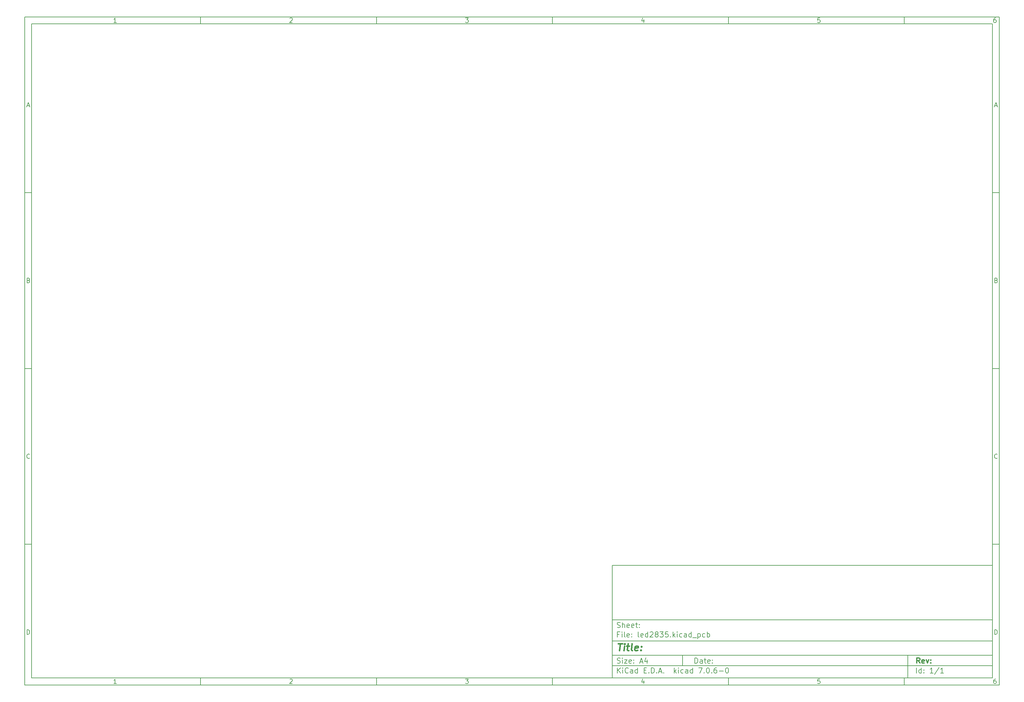
<source format=gbr>
%TF.GenerationSoftware,KiCad,Pcbnew,7.0.6-0*%
%TF.CreationDate,2024-07-03T14:46:14+08:00*%
%TF.ProjectId,led2835,6c656432-3833-4352-9e6b-696361645f70,rev?*%
%TF.SameCoordinates,Original*%
%TF.FileFunction,Other,User*%
%FSLAX46Y46*%
G04 Gerber Fmt 4.6, Leading zero omitted, Abs format (unit mm)*
G04 Created by KiCad (PCBNEW 7.0.6-0) date 2024-07-03 14:46:14*
%MOMM*%
%LPD*%
G01*
G04 APERTURE LIST*
%ADD10C,0.100000*%
%ADD11C,0.150000*%
%ADD12C,0.300000*%
%ADD13C,0.400000*%
G04 APERTURE END LIST*
D10*
D11*
X177002200Y-166007200D02*
X285002200Y-166007200D01*
X285002200Y-198007200D01*
X177002200Y-198007200D01*
X177002200Y-166007200D01*
D10*
D11*
X10000000Y-10000000D02*
X287002200Y-10000000D01*
X287002200Y-200007200D01*
X10000000Y-200007200D01*
X10000000Y-10000000D01*
D10*
D11*
X12000000Y-12000000D02*
X285002200Y-12000000D01*
X285002200Y-198007200D01*
X12000000Y-198007200D01*
X12000000Y-12000000D01*
D10*
D11*
X60000000Y-12000000D02*
X60000000Y-10000000D01*
D10*
D11*
X110000000Y-12000000D02*
X110000000Y-10000000D01*
D10*
D11*
X160000000Y-12000000D02*
X160000000Y-10000000D01*
D10*
D11*
X210000000Y-12000000D02*
X210000000Y-10000000D01*
D10*
D11*
X260000000Y-12000000D02*
X260000000Y-10000000D01*
D10*
D11*
X36089160Y-11593604D02*
X35346303Y-11593604D01*
X35717731Y-11593604D02*
X35717731Y-10293604D01*
X35717731Y-10293604D02*
X35593922Y-10479319D01*
X35593922Y-10479319D02*
X35470112Y-10603128D01*
X35470112Y-10603128D02*
X35346303Y-10665033D01*
D10*
D11*
X85346303Y-10417414D02*
X85408207Y-10355509D01*
X85408207Y-10355509D02*
X85532017Y-10293604D01*
X85532017Y-10293604D02*
X85841541Y-10293604D01*
X85841541Y-10293604D02*
X85965350Y-10355509D01*
X85965350Y-10355509D02*
X86027255Y-10417414D01*
X86027255Y-10417414D02*
X86089160Y-10541223D01*
X86089160Y-10541223D02*
X86089160Y-10665033D01*
X86089160Y-10665033D02*
X86027255Y-10850747D01*
X86027255Y-10850747D02*
X85284398Y-11593604D01*
X85284398Y-11593604D02*
X86089160Y-11593604D01*
D10*
D11*
X135284398Y-10293604D02*
X136089160Y-10293604D01*
X136089160Y-10293604D02*
X135655826Y-10788842D01*
X135655826Y-10788842D02*
X135841541Y-10788842D01*
X135841541Y-10788842D02*
X135965350Y-10850747D01*
X135965350Y-10850747D02*
X136027255Y-10912652D01*
X136027255Y-10912652D02*
X136089160Y-11036461D01*
X136089160Y-11036461D02*
X136089160Y-11345985D01*
X136089160Y-11345985D02*
X136027255Y-11469795D01*
X136027255Y-11469795D02*
X135965350Y-11531700D01*
X135965350Y-11531700D02*
X135841541Y-11593604D01*
X135841541Y-11593604D02*
X135470112Y-11593604D01*
X135470112Y-11593604D02*
X135346303Y-11531700D01*
X135346303Y-11531700D02*
X135284398Y-11469795D01*
D10*
D11*
X185965350Y-10726938D02*
X185965350Y-11593604D01*
X185655826Y-10231700D02*
X185346303Y-11160271D01*
X185346303Y-11160271D02*
X186151064Y-11160271D01*
D10*
D11*
X236027255Y-10293604D02*
X235408207Y-10293604D01*
X235408207Y-10293604D02*
X235346303Y-10912652D01*
X235346303Y-10912652D02*
X235408207Y-10850747D01*
X235408207Y-10850747D02*
X235532017Y-10788842D01*
X235532017Y-10788842D02*
X235841541Y-10788842D01*
X235841541Y-10788842D02*
X235965350Y-10850747D01*
X235965350Y-10850747D02*
X236027255Y-10912652D01*
X236027255Y-10912652D02*
X236089160Y-11036461D01*
X236089160Y-11036461D02*
X236089160Y-11345985D01*
X236089160Y-11345985D02*
X236027255Y-11469795D01*
X236027255Y-11469795D02*
X235965350Y-11531700D01*
X235965350Y-11531700D02*
X235841541Y-11593604D01*
X235841541Y-11593604D02*
X235532017Y-11593604D01*
X235532017Y-11593604D02*
X235408207Y-11531700D01*
X235408207Y-11531700D02*
X235346303Y-11469795D01*
D10*
D11*
X285965350Y-10293604D02*
X285717731Y-10293604D01*
X285717731Y-10293604D02*
X285593922Y-10355509D01*
X285593922Y-10355509D02*
X285532017Y-10417414D01*
X285532017Y-10417414D02*
X285408207Y-10603128D01*
X285408207Y-10603128D02*
X285346303Y-10850747D01*
X285346303Y-10850747D02*
X285346303Y-11345985D01*
X285346303Y-11345985D02*
X285408207Y-11469795D01*
X285408207Y-11469795D02*
X285470112Y-11531700D01*
X285470112Y-11531700D02*
X285593922Y-11593604D01*
X285593922Y-11593604D02*
X285841541Y-11593604D01*
X285841541Y-11593604D02*
X285965350Y-11531700D01*
X285965350Y-11531700D02*
X286027255Y-11469795D01*
X286027255Y-11469795D02*
X286089160Y-11345985D01*
X286089160Y-11345985D02*
X286089160Y-11036461D01*
X286089160Y-11036461D02*
X286027255Y-10912652D01*
X286027255Y-10912652D02*
X285965350Y-10850747D01*
X285965350Y-10850747D02*
X285841541Y-10788842D01*
X285841541Y-10788842D02*
X285593922Y-10788842D01*
X285593922Y-10788842D02*
X285470112Y-10850747D01*
X285470112Y-10850747D02*
X285408207Y-10912652D01*
X285408207Y-10912652D02*
X285346303Y-11036461D01*
D10*
D11*
X60000000Y-198007200D02*
X60000000Y-200007200D01*
D10*
D11*
X110000000Y-198007200D02*
X110000000Y-200007200D01*
D10*
D11*
X160000000Y-198007200D02*
X160000000Y-200007200D01*
D10*
D11*
X210000000Y-198007200D02*
X210000000Y-200007200D01*
D10*
D11*
X260000000Y-198007200D02*
X260000000Y-200007200D01*
D10*
D11*
X36089160Y-199600804D02*
X35346303Y-199600804D01*
X35717731Y-199600804D02*
X35717731Y-198300804D01*
X35717731Y-198300804D02*
X35593922Y-198486519D01*
X35593922Y-198486519D02*
X35470112Y-198610328D01*
X35470112Y-198610328D02*
X35346303Y-198672233D01*
D10*
D11*
X85346303Y-198424614D02*
X85408207Y-198362709D01*
X85408207Y-198362709D02*
X85532017Y-198300804D01*
X85532017Y-198300804D02*
X85841541Y-198300804D01*
X85841541Y-198300804D02*
X85965350Y-198362709D01*
X85965350Y-198362709D02*
X86027255Y-198424614D01*
X86027255Y-198424614D02*
X86089160Y-198548423D01*
X86089160Y-198548423D02*
X86089160Y-198672233D01*
X86089160Y-198672233D02*
X86027255Y-198857947D01*
X86027255Y-198857947D02*
X85284398Y-199600804D01*
X85284398Y-199600804D02*
X86089160Y-199600804D01*
D10*
D11*
X135284398Y-198300804D02*
X136089160Y-198300804D01*
X136089160Y-198300804D02*
X135655826Y-198796042D01*
X135655826Y-198796042D02*
X135841541Y-198796042D01*
X135841541Y-198796042D02*
X135965350Y-198857947D01*
X135965350Y-198857947D02*
X136027255Y-198919852D01*
X136027255Y-198919852D02*
X136089160Y-199043661D01*
X136089160Y-199043661D02*
X136089160Y-199353185D01*
X136089160Y-199353185D02*
X136027255Y-199476995D01*
X136027255Y-199476995D02*
X135965350Y-199538900D01*
X135965350Y-199538900D02*
X135841541Y-199600804D01*
X135841541Y-199600804D02*
X135470112Y-199600804D01*
X135470112Y-199600804D02*
X135346303Y-199538900D01*
X135346303Y-199538900D02*
X135284398Y-199476995D01*
D10*
D11*
X185965350Y-198734138D02*
X185965350Y-199600804D01*
X185655826Y-198238900D02*
X185346303Y-199167471D01*
X185346303Y-199167471D02*
X186151064Y-199167471D01*
D10*
D11*
X236027255Y-198300804D02*
X235408207Y-198300804D01*
X235408207Y-198300804D02*
X235346303Y-198919852D01*
X235346303Y-198919852D02*
X235408207Y-198857947D01*
X235408207Y-198857947D02*
X235532017Y-198796042D01*
X235532017Y-198796042D02*
X235841541Y-198796042D01*
X235841541Y-198796042D02*
X235965350Y-198857947D01*
X235965350Y-198857947D02*
X236027255Y-198919852D01*
X236027255Y-198919852D02*
X236089160Y-199043661D01*
X236089160Y-199043661D02*
X236089160Y-199353185D01*
X236089160Y-199353185D02*
X236027255Y-199476995D01*
X236027255Y-199476995D02*
X235965350Y-199538900D01*
X235965350Y-199538900D02*
X235841541Y-199600804D01*
X235841541Y-199600804D02*
X235532017Y-199600804D01*
X235532017Y-199600804D02*
X235408207Y-199538900D01*
X235408207Y-199538900D02*
X235346303Y-199476995D01*
D10*
D11*
X285965350Y-198300804D02*
X285717731Y-198300804D01*
X285717731Y-198300804D02*
X285593922Y-198362709D01*
X285593922Y-198362709D02*
X285532017Y-198424614D01*
X285532017Y-198424614D02*
X285408207Y-198610328D01*
X285408207Y-198610328D02*
X285346303Y-198857947D01*
X285346303Y-198857947D02*
X285346303Y-199353185D01*
X285346303Y-199353185D02*
X285408207Y-199476995D01*
X285408207Y-199476995D02*
X285470112Y-199538900D01*
X285470112Y-199538900D02*
X285593922Y-199600804D01*
X285593922Y-199600804D02*
X285841541Y-199600804D01*
X285841541Y-199600804D02*
X285965350Y-199538900D01*
X285965350Y-199538900D02*
X286027255Y-199476995D01*
X286027255Y-199476995D02*
X286089160Y-199353185D01*
X286089160Y-199353185D02*
X286089160Y-199043661D01*
X286089160Y-199043661D02*
X286027255Y-198919852D01*
X286027255Y-198919852D02*
X285965350Y-198857947D01*
X285965350Y-198857947D02*
X285841541Y-198796042D01*
X285841541Y-198796042D02*
X285593922Y-198796042D01*
X285593922Y-198796042D02*
X285470112Y-198857947D01*
X285470112Y-198857947D02*
X285408207Y-198919852D01*
X285408207Y-198919852D02*
X285346303Y-199043661D01*
D10*
D11*
X10000000Y-60000000D02*
X12000000Y-60000000D01*
D10*
D11*
X10000000Y-110000000D02*
X12000000Y-110000000D01*
D10*
D11*
X10000000Y-160000000D02*
X12000000Y-160000000D01*
D10*
D11*
X10690476Y-35222176D02*
X11309523Y-35222176D01*
X10566666Y-35593604D02*
X10999999Y-34293604D01*
X10999999Y-34293604D02*
X11433333Y-35593604D01*
D10*
D11*
X11092857Y-84912652D02*
X11278571Y-84974557D01*
X11278571Y-84974557D02*
X11340476Y-85036461D01*
X11340476Y-85036461D02*
X11402380Y-85160271D01*
X11402380Y-85160271D02*
X11402380Y-85345985D01*
X11402380Y-85345985D02*
X11340476Y-85469795D01*
X11340476Y-85469795D02*
X11278571Y-85531700D01*
X11278571Y-85531700D02*
X11154761Y-85593604D01*
X11154761Y-85593604D02*
X10659523Y-85593604D01*
X10659523Y-85593604D02*
X10659523Y-84293604D01*
X10659523Y-84293604D02*
X11092857Y-84293604D01*
X11092857Y-84293604D02*
X11216666Y-84355509D01*
X11216666Y-84355509D02*
X11278571Y-84417414D01*
X11278571Y-84417414D02*
X11340476Y-84541223D01*
X11340476Y-84541223D02*
X11340476Y-84665033D01*
X11340476Y-84665033D02*
X11278571Y-84788842D01*
X11278571Y-84788842D02*
X11216666Y-84850747D01*
X11216666Y-84850747D02*
X11092857Y-84912652D01*
X11092857Y-84912652D02*
X10659523Y-84912652D01*
D10*
D11*
X11402380Y-135469795D02*
X11340476Y-135531700D01*
X11340476Y-135531700D02*
X11154761Y-135593604D01*
X11154761Y-135593604D02*
X11030952Y-135593604D01*
X11030952Y-135593604D02*
X10845238Y-135531700D01*
X10845238Y-135531700D02*
X10721428Y-135407890D01*
X10721428Y-135407890D02*
X10659523Y-135284080D01*
X10659523Y-135284080D02*
X10597619Y-135036461D01*
X10597619Y-135036461D02*
X10597619Y-134850747D01*
X10597619Y-134850747D02*
X10659523Y-134603128D01*
X10659523Y-134603128D02*
X10721428Y-134479319D01*
X10721428Y-134479319D02*
X10845238Y-134355509D01*
X10845238Y-134355509D02*
X11030952Y-134293604D01*
X11030952Y-134293604D02*
X11154761Y-134293604D01*
X11154761Y-134293604D02*
X11340476Y-134355509D01*
X11340476Y-134355509D02*
X11402380Y-134417414D01*
D10*
D11*
X10659523Y-185593604D02*
X10659523Y-184293604D01*
X10659523Y-184293604D02*
X10969047Y-184293604D01*
X10969047Y-184293604D02*
X11154761Y-184355509D01*
X11154761Y-184355509D02*
X11278571Y-184479319D01*
X11278571Y-184479319D02*
X11340476Y-184603128D01*
X11340476Y-184603128D02*
X11402380Y-184850747D01*
X11402380Y-184850747D02*
X11402380Y-185036461D01*
X11402380Y-185036461D02*
X11340476Y-185284080D01*
X11340476Y-185284080D02*
X11278571Y-185407890D01*
X11278571Y-185407890D02*
X11154761Y-185531700D01*
X11154761Y-185531700D02*
X10969047Y-185593604D01*
X10969047Y-185593604D02*
X10659523Y-185593604D01*
D10*
D11*
X287002200Y-60000000D02*
X285002200Y-60000000D01*
D10*
D11*
X287002200Y-110000000D02*
X285002200Y-110000000D01*
D10*
D11*
X287002200Y-160000000D02*
X285002200Y-160000000D01*
D10*
D11*
X285692676Y-35222176D02*
X286311723Y-35222176D01*
X285568866Y-35593604D02*
X286002199Y-34293604D01*
X286002199Y-34293604D02*
X286435533Y-35593604D01*
D10*
D11*
X286095057Y-84912652D02*
X286280771Y-84974557D01*
X286280771Y-84974557D02*
X286342676Y-85036461D01*
X286342676Y-85036461D02*
X286404580Y-85160271D01*
X286404580Y-85160271D02*
X286404580Y-85345985D01*
X286404580Y-85345985D02*
X286342676Y-85469795D01*
X286342676Y-85469795D02*
X286280771Y-85531700D01*
X286280771Y-85531700D02*
X286156961Y-85593604D01*
X286156961Y-85593604D02*
X285661723Y-85593604D01*
X285661723Y-85593604D02*
X285661723Y-84293604D01*
X285661723Y-84293604D02*
X286095057Y-84293604D01*
X286095057Y-84293604D02*
X286218866Y-84355509D01*
X286218866Y-84355509D02*
X286280771Y-84417414D01*
X286280771Y-84417414D02*
X286342676Y-84541223D01*
X286342676Y-84541223D02*
X286342676Y-84665033D01*
X286342676Y-84665033D02*
X286280771Y-84788842D01*
X286280771Y-84788842D02*
X286218866Y-84850747D01*
X286218866Y-84850747D02*
X286095057Y-84912652D01*
X286095057Y-84912652D02*
X285661723Y-84912652D01*
D10*
D11*
X286404580Y-135469795D02*
X286342676Y-135531700D01*
X286342676Y-135531700D02*
X286156961Y-135593604D01*
X286156961Y-135593604D02*
X286033152Y-135593604D01*
X286033152Y-135593604D02*
X285847438Y-135531700D01*
X285847438Y-135531700D02*
X285723628Y-135407890D01*
X285723628Y-135407890D02*
X285661723Y-135284080D01*
X285661723Y-135284080D02*
X285599819Y-135036461D01*
X285599819Y-135036461D02*
X285599819Y-134850747D01*
X285599819Y-134850747D02*
X285661723Y-134603128D01*
X285661723Y-134603128D02*
X285723628Y-134479319D01*
X285723628Y-134479319D02*
X285847438Y-134355509D01*
X285847438Y-134355509D02*
X286033152Y-134293604D01*
X286033152Y-134293604D02*
X286156961Y-134293604D01*
X286156961Y-134293604D02*
X286342676Y-134355509D01*
X286342676Y-134355509D02*
X286404580Y-134417414D01*
D10*
D11*
X285661723Y-185593604D02*
X285661723Y-184293604D01*
X285661723Y-184293604D02*
X285971247Y-184293604D01*
X285971247Y-184293604D02*
X286156961Y-184355509D01*
X286156961Y-184355509D02*
X286280771Y-184479319D01*
X286280771Y-184479319D02*
X286342676Y-184603128D01*
X286342676Y-184603128D02*
X286404580Y-184850747D01*
X286404580Y-184850747D02*
X286404580Y-185036461D01*
X286404580Y-185036461D02*
X286342676Y-185284080D01*
X286342676Y-185284080D02*
X286280771Y-185407890D01*
X286280771Y-185407890D02*
X286156961Y-185531700D01*
X286156961Y-185531700D02*
X285971247Y-185593604D01*
X285971247Y-185593604D02*
X285661723Y-185593604D01*
D10*
D11*
X200458026Y-193793328D02*
X200458026Y-192293328D01*
X200458026Y-192293328D02*
X200815169Y-192293328D01*
X200815169Y-192293328D02*
X201029455Y-192364757D01*
X201029455Y-192364757D02*
X201172312Y-192507614D01*
X201172312Y-192507614D02*
X201243741Y-192650471D01*
X201243741Y-192650471D02*
X201315169Y-192936185D01*
X201315169Y-192936185D02*
X201315169Y-193150471D01*
X201315169Y-193150471D02*
X201243741Y-193436185D01*
X201243741Y-193436185D02*
X201172312Y-193579042D01*
X201172312Y-193579042D02*
X201029455Y-193721900D01*
X201029455Y-193721900D02*
X200815169Y-193793328D01*
X200815169Y-193793328D02*
X200458026Y-193793328D01*
X202600884Y-193793328D02*
X202600884Y-193007614D01*
X202600884Y-193007614D02*
X202529455Y-192864757D01*
X202529455Y-192864757D02*
X202386598Y-192793328D01*
X202386598Y-192793328D02*
X202100884Y-192793328D01*
X202100884Y-192793328D02*
X201958026Y-192864757D01*
X202600884Y-193721900D02*
X202458026Y-193793328D01*
X202458026Y-193793328D02*
X202100884Y-193793328D01*
X202100884Y-193793328D02*
X201958026Y-193721900D01*
X201958026Y-193721900D02*
X201886598Y-193579042D01*
X201886598Y-193579042D02*
X201886598Y-193436185D01*
X201886598Y-193436185D02*
X201958026Y-193293328D01*
X201958026Y-193293328D02*
X202100884Y-193221900D01*
X202100884Y-193221900D02*
X202458026Y-193221900D01*
X202458026Y-193221900D02*
X202600884Y-193150471D01*
X203100884Y-192793328D02*
X203672312Y-192793328D01*
X203315169Y-192293328D02*
X203315169Y-193579042D01*
X203315169Y-193579042D02*
X203386598Y-193721900D01*
X203386598Y-193721900D02*
X203529455Y-193793328D01*
X203529455Y-193793328D02*
X203672312Y-193793328D01*
X204743741Y-193721900D02*
X204600884Y-193793328D01*
X204600884Y-193793328D02*
X204315170Y-193793328D01*
X204315170Y-193793328D02*
X204172312Y-193721900D01*
X204172312Y-193721900D02*
X204100884Y-193579042D01*
X204100884Y-193579042D02*
X204100884Y-193007614D01*
X204100884Y-193007614D02*
X204172312Y-192864757D01*
X204172312Y-192864757D02*
X204315170Y-192793328D01*
X204315170Y-192793328D02*
X204600884Y-192793328D01*
X204600884Y-192793328D02*
X204743741Y-192864757D01*
X204743741Y-192864757D02*
X204815170Y-193007614D01*
X204815170Y-193007614D02*
X204815170Y-193150471D01*
X204815170Y-193150471D02*
X204100884Y-193293328D01*
X205458026Y-193650471D02*
X205529455Y-193721900D01*
X205529455Y-193721900D02*
X205458026Y-193793328D01*
X205458026Y-193793328D02*
X205386598Y-193721900D01*
X205386598Y-193721900D02*
X205458026Y-193650471D01*
X205458026Y-193650471D02*
X205458026Y-193793328D01*
X205458026Y-192864757D02*
X205529455Y-192936185D01*
X205529455Y-192936185D02*
X205458026Y-193007614D01*
X205458026Y-193007614D02*
X205386598Y-192936185D01*
X205386598Y-192936185D02*
X205458026Y-192864757D01*
X205458026Y-192864757D02*
X205458026Y-193007614D01*
D10*
D11*
X177002200Y-194507200D02*
X285002200Y-194507200D01*
D10*
D11*
X178458026Y-196593328D02*
X178458026Y-195093328D01*
X179315169Y-196593328D02*
X178672312Y-195736185D01*
X179315169Y-195093328D02*
X178458026Y-195950471D01*
X179958026Y-196593328D02*
X179958026Y-195593328D01*
X179958026Y-195093328D02*
X179886598Y-195164757D01*
X179886598Y-195164757D02*
X179958026Y-195236185D01*
X179958026Y-195236185D02*
X180029455Y-195164757D01*
X180029455Y-195164757D02*
X179958026Y-195093328D01*
X179958026Y-195093328D02*
X179958026Y-195236185D01*
X181529455Y-196450471D02*
X181458027Y-196521900D01*
X181458027Y-196521900D02*
X181243741Y-196593328D01*
X181243741Y-196593328D02*
X181100884Y-196593328D01*
X181100884Y-196593328D02*
X180886598Y-196521900D01*
X180886598Y-196521900D02*
X180743741Y-196379042D01*
X180743741Y-196379042D02*
X180672312Y-196236185D01*
X180672312Y-196236185D02*
X180600884Y-195950471D01*
X180600884Y-195950471D02*
X180600884Y-195736185D01*
X180600884Y-195736185D02*
X180672312Y-195450471D01*
X180672312Y-195450471D02*
X180743741Y-195307614D01*
X180743741Y-195307614D02*
X180886598Y-195164757D01*
X180886598Y-195164757D02*
X181100884Y-195093328D01*
X181100884Y-195093328D02*
X181243741Y-195093328D01*
X181243741Y-195093328D02*
X181458027Y-195164757D01*
X181458027Y-195164757D02*
X181529455Y-195236185D01*
X182815170Y-196593328D02*
X182815170Y-195807614D01*
X182815170Y-195807614D02*
X182743741Y-195664757D01*
X182743741Y-195664757D02*
X182600884Y-195593328D01*
X182600884Y-195593328D02*
X182315170Y-195593328D01*
X182315170Y-195593328D02*
X182172312Y-195664757D01*
X182815170Y-196521900D02*
X182672312Y-196593328D01*
X182672312Y-196593328D02*
X182315170Y-196593328D01*
X182315170Y-196593328D02*
X182172312Y-196521900D01*
X182172312Y-196521900D02*
X182100884Y-196379042D01*
X182100884Y-196379042D02*
X182100884Y-196236185D01*
X182100884Y-196236185D02*
X182172312Y-196093328D01*
X182172312Y-196093328D02*
X182315170Y-196021900D01*
X182315170Y-196021900D02*
X182672312Y-196021900D01*
X182672312Y-196021900D02*
X182815170Y-195950471D01*
X184172313Y-196593328D02*
X184172313Y-195093328D01*
X184172313Y-196521900D02*
X184029455Y-196593328D01*
X184029455Y-196593328D02*
X183743741Y-196593328D01*
X183743741Y-196593328D02*
X183600884Y-196521900D01*
X183600884Y-196521900D02*
X183529455Y-196450471D01*
X183529455Y-196450471D02*
X183458027Y-196307614D01*
X183458027Y-196307614D02*
X183458027Y-195879042D01*
X183458027Y-195879042D02*
X183529455Y-195736185D01*
X183529455Y-195736185D02*
X183600884Y-195664757D01*
X183600884Y-195664757D02*
X183743741Y-195593328D01*
X183743741Y-195593328D02*
X184029455Y-195593328D01*
X184029455Y-195593328D02*
X184172313Y-195664757D01*
X186029455Y-195807614D02*
X186529455Y-195807614D01*
X186743741Y-196593328D02*
X186029455Y-196593328D01*
X186029455Y-196593328D02*
X186029455Y-195093328D01*
X186029455Y-195093328D02*
X186743741Y-195093328D01*
X187386598Y-196450471D02*
X187458027Y-196521900D01*
X187458027Y-196521900D02*
X187386598Y-196593328D01*
X187386598Y-196593328D02*
X187315170Y-196521900D01*
X187315170Y-196521900D02*
X187386598Y-196450471D01*
X187386598Y-196450471D02*
X187386598Y-196593328D01*
X188100884Y-196593328D02*
X188100884Y-195093328D01*
X188100884Y-195093328D02*
X188458027Y-195093328D01*
X188458027Y-195093328D02*
X188672313Y-195164757D01*
X188672313Y-195164757D02*
X188815170Y-195307614D01*
X188815170Y-195307614D02*
X188886599Y-195450471D01*
X188886599Y-195450471D02*
X188958027Y-195736185D01*
X188958027Y-195736185D02*
X188958027Y-195950471D01*
X188958027Y-195950471D02*
X188886599Y-196236185D01*
X188886599Y-196236185D02*
X188815170Y-196379042D01*
X188815170Y-196379042D02*
X188672313Y-196521900D01*
X188672313Y-196521900D02*
X188458027Y-196593328D01*
X188458027Y-196593328D02*
X188100884Y-196593328D01*
X189600884Y-196450471D02*
X189672313Y-196521900D01*
X189672313Y-196521900D02*
X189600884Y-196593328D01*
X189600884Y-196593328D02*
X189529456Y-196521900D01*
X189529456Y-196521900D02*
X189600884Y-196450471D01*
X189600884Y-196450471D02*
X189600884Y-196593328D01*
X190243742Y-196164757D02*
X190958028Y-196164757D01*
X190100885Y-196593328D02*
X190600885Y-195093328D01*
X190600885Y-195093328D02*
X191100885Y-196593328D01*
X191600884Y-196450471D02*
X191672313Y-196521900D01*
X191672313Y-196521900D02*
X191600884Y-196593328D01*
X191600884Y-196593328D02*
X191529456Y-196521900D01*
X191529456Y-196521900D02*
X191600884Y-196450471D01*
X191600884Y-196450471D02*
X191600884Y-196593328D01*
X194600884Y-196593328D02*
X194600884Y-195093328D01*
X194743742Y-196021900D02*
X195172313Y-196593328D01*
X195172313Y-195593328D02*
X194600884Y-196164757D01*
X195815170Y-196593328D02*
X195815170Y-195593328D01*
X195815170Y-195093328D02*
X195743742Y-195164757D01*
X195743742Y-195164757D02*
X195815170Y-195236185D01*
X195815170Y-195236185D02*
X195886599Y-195164757D01*
X195886599Y-195164757D02*
X195815170Y-195093328D01*
X195815170Y-195093328D02*
X195815170Y-195236185D01*
X197172314Y-196521900D02*
X197029456Y-196593328D01*
X197029456Y-196593328D02*
X196743742Y-196593328D01*
X196743742Y-196593328D02*
X196600885Y-196521900D01*
X196600885Y-196521900D02*
X196529456Y-196450471D01*
X196529456Y-196450471D02*
X196458028Y-196307614D01*
X196458028Y-196307614D02*
X196458028Y-195879042D01*
X196458028Y-195879042D02*
X196529456Y-195736185D01*
X196529456Y-195736185D02*
X196600885Y-195664757D01*
X196600885Y-195664757D02*
X196743742Y-195593328D01*
X196743742Y-195593328D02*
X197029456Y-195593328D01*
X197029456Y-195593328D02*
X197172314Y-195664757D01*
X198458028Y-196593328D02*
X198458028Y-195807614D01*
X198458028Y-195807614D02*
X198386599Y-195664757D01*
X198386599Y-195664757D02*
X198243742Y-195593328D01*
X198243742Y-195593328D02*
X197958028Y-195593328D01*
X197958028Y-195593328D02*
X197815170Y-195664757D01*
X198458028Y-196521900D02*
X198315170Y-196593328D01*
X198315170Y-196593328D02*
X197958028Y-196593328D01*
X197958028Y-196593328D02*
X197815170Y-196521900D01*
X197815170Y-196521900D02*
X197743742Y-196379042D01*
X197743742Y-196379042D02*
X197743742Y-196236185D01*
X197743742Y-196236185D02*
X197815170Y-196093328D01*
X197815170Y-196093328D02*
X197958028Y-196021900D01*
X197958028Y-196021900D02*
X198315170Y-196021900D01*
X198315170Y-196021900D02*
X198458028Y-195950471D01*
X199815171Y-196593328D02*
X199815171Y-195093328D01*
X199815171Y-196521900D02*
X199672313Y-196593328D01*
X199672313Y-196593328D02*
X199386599Y-196593328D01*
X199386599Y-196593328D02*
X199243742Y-196521900D01*
X199243742Y-196521900D02*
X199172313Y-196450471D01*
X199172313Y-196450471D02*
X199100885Y-196307614D01*
X199100885Y-196307614D02*
X199100885Y-195879042D01*
X199100885Y-195879042D02*
X199172313Y-195736185D01*
X199172313Y-195736185D02*
X199243742Y-195664757D01*
X199243742Y-195664757D02*
X199386599Y-195593328D01*
X199386599Y-195593328D02*
X199672313Y-195593328D01*
X199672313Y-195593328D02*
X199815171Y-195664757D01*
X201529456Y-195093328D02*
X202529456Y-195093328D01*
X202529456Y-195093328D02*
X201886599Y-196593328D01*
X203100884Y-196450471D02*
X203172313Y-196521900D01*
X203172313Y-196521900D02*
X203100884Y-196593328D01*
X203100884Y-196593328D02*
X203029456Y-196521900D01*
X203029456Y-196521900D02*
X203100884Y-196450471D01*
X203100884Y-196450471D02*
X203100884Y-196593328D01*
X204100885Y-195093328D02*
X204243742Y-195093328D01*
X204243742Y-195093328D02*
X204386599Y-195164757D01*
X204386599Y-195164757D02*
X204458028Y-195236185D01*
X204458028Y-195236185D02*
X204529456Y-195379042D01*
X204529456Y-195379042D02*
X204600885Y-195664757D01*
X204600885Y-195664757D02*
X204600885Y-196021900D01*
X204600885Y-196021900D02*
X204529456Y-196307614D01*
X204529456Y-196307614D02*
X204458028Y-196450471D01*
X204458028Y-196450471D02*
X204386599Y-196521900D01*
X204386599Y-196521900D02*
X204243742Y-196593328D01*
X204243742Y-196593328D02*
X204100885Y-196593328D01*
X204100885Y-196593328D02*
X203958028Y-196521900D01*
X203958028Y-196521900D02*
X203886599Y-196450471D01*
X203886599Y-196450471D02*
X203815170Y-196307614D01*
X203815170Y-196307614D02*
X203743742Y-196021900D01*
X203743742Y-196021900D02*
X203743742Y-195664757D01*
X203743742Y-195664757D02*
X203815170Y-195379042D01*
X203815170Y-195379042D02*
X203886599Y-195236185D01*
X203886599Y-195236185D02*
X203958028Y-195164757D01*
X203958028Y-195164757D02*
X204100885Y-195093328D01*
X205243741Y-196450471D02*
X205315170Y-196521900D01*
X205315170Y-196521900D02*
X205243741Y-196593328D01*
X205243741Y-196593328D02*
X205172313Y-196521900D01*
X205172313Y-196521900D02*
X205243741Y-196450471D01*
X205243741Y-196450471D02*
X205243741Y-196593328D01*
X206600885Y-195093328D02*
X206315170Y-195093328D01*
X206315170Y-195093328D02*
X206172313Y-195164757D01*
X206172313Y-195164757D02*
X206100885Y-195236185D01*
X206100885Y-195236185D02*
X205958027Y-195450471D01*
X205958027Y-195450471D02*
X205886599Y-195736185D01*
X205886599Y-195736185D02*
X205886599Y-196307614D01*
X205886599Y-196307614D02*
X205958027Y-196450471D01*
X205958027Y-196450471D02*
X206029456Y-196521900D01*
X206029456Y-196521900D02*
X206172313Y-196593328D01*
X206172313Y-196593328D02*
X206458027Y-196593328D01*
X206458027Y-196593328D02*
X206600885Y-196521900D01*
X206600885Y-196521900D02*
X206672313Y-196450471D01*
X206672313Y-196450471D02*
X206743742Y-196307614D01*
X206743742Y-196307614D02*
X206743742Y-195950471D01*
X206743742Y-195950471D02*
X206672313Y-195807614D01*
X206672313Y-195807614D02*
X206600885Y-195736185D01*
X206600885Y-195736185D02*
X206458027Y-195664757D01*
X206458027Y-195664757D02*
X206172313Y-195664757D01*
X206172313Y-195664757D02*
X206029456Y-195736185D01*
X206029456Y-195736185D02*
X205958027Y-195807614D01*
X205958027Y-195807614D02*
X205886599Y-195950471D01*
X207386598Y-196021900D02*
X208529456Y-196021900D01*
X209529456Y-195093328D02*
X209672313Y-195093328D01*
X209672313Y-195093328D02*
X209815170Y-195164757D01*
X209815170Y-195164757D02*
X209886599Y-195236185D01*
X209886599Y-195236185D02*
X209958027Y-195379042D01*
X209958027Y-195379042D02*
X210029456Y-195664757D01*
X210029456Y-195664757D02*
X210029456Y-196021900D01*
X210029456Y-196021900D02*
X209958027Y-196307614D01*
X209958027Y-196307614D02*
X209886599Y-196450471D01*
X209886599Y-196450471D02*
X209815170Y-196521900D01*
X209815170Y-196521900D02*
X209672313Y-196593328D01*
X209672313Y-196593328D02*
X209529456Y-196593328D01*
X209529456Y-196593328D02*
X209386599Y-196521900D01*
X209386599Y-196521900D02*
X209315170Y-196450471D01*
X209315170Y-196450471D02*
X209243741Y-196307614D01*
X209243741Y-196307614D02*
X209172313Y-196021900D01*
X209172313Y-196021900D02*
X209172313Y-195664757D01*
X209172313Y-195664757D02*
X209243741Y-195379042D01*
X209243741Y-195379042D02*
X209315170Y-195236185D01*
X209315170Y-195236185D02*
X209386599Y-195164757D01*
X209386599Y-195164757D02*
X209529456Y-195093328D01*
D10*
D11*
X177002200Y-191507200D02*
X285002200Y-191507200D01*
D10*
D12*
X264413853Y-193785528D02*
X263913853Y-193071242D01*
X263556710Y-193785528D02*
X263556710Y-192285528D01*
X263556710Y-192285528D02*
X264128139Y-192285528D01*
X264128139Y-192285528D02*
X264270996Y-192356957D01*
X264270996Y-192356957D02*
X264342425Y-192428385D01*
X264342425Y-192428385D02*
X264413853Y-192571242D01*
X264413853Y-192571242D02*
X264413853Y-192785528D01*
X264413853Y-192785528D02*
X264342425Y-192928385D01*
X264342425Y-192928385D02*
X264270996Y-192999814D01*
X264270996Y-192999814D02*
X264128139Y-193071242D01*
X264128139Y-193071242D02*
X263556710Y-193071242D01*
X265628139Y-193714100D02*
X265485282Y-193785528D01*
X265485282Y-193785528D02*
X265199568Y-193785528D01*
X265199568Y-193785528D02*
X265056710Y-193714100D01*
X265056710Y-193714100D02*
X264985282Y-193571242D01*
X264985282Y-193571242D02*
X264985282Y-192999814D01*
X264985282Y-192999814D02*
X265056710Y-192856957D01*
X265056710Y-192856957D02*
X265199568Y-192785528D01*
X265199568Y-192785528D02*
X265485282Y-192785528D01*
X265485282Y-192785528D02*
X265628139Y-192856957D01*
X265628139Y-192856957D02*
X265699568Y-192999814D01*
X265699568Y-192999814D02*
X265699568Y-193142671D01*
X265699568Y-193142671D02*
X264985282Y-193285528D01*
X266199567Y-192785528D02*
X266556710Y-193785528D01*
X266556710Y-193785528D02*
X266913853Y-192785528D01*
X267485281Y-193642671D02*
X267556710Y-193714100D01*
X267556710Y-193714100D02*
X267485281Y-193785528D01*
X267485281Y-193785528D02*
X267413853Y-193714100D01*
X267413853Y-193714100D02*
X267485281Y-193642671D01*
X267485281Y-193642671D02*
X267485281Y-193785528D01*
X267485281Y-192856957D02*
X267556710Y-192928385D01*
X267556710Y-192928385D02*
X267485281Y-192999814D01*
X267485281Y-192999814D02*
X267413853Y-192928385D01*
X267413853Y-192928385D02*
X267485281Y-192856957D01*
X267485281Y-192856957D02*
X267485281Y-192999814D01*
D10*
D11*
X178386598Y-193721900D02*
X178600884Y-193793328D01*
X178600884Y-193793328D02*
X178958026Y-193793328D01*
X178958026Y-193793328D02*
X179100884Y-193721900D01*
X179100884Y-193721900D02*
X179172312Y-193650471D01*
X179172312Y-193650471D02*
X179243741Y-193507614D01*
X179243741Y-193507614D02*
X179243741Y-193364757D01*
X179243741Y-193364757D02*
X179172312Y-193221900D01*
X179172312Y-193221900D02*
X179100884Y-193150471D01*
X179100884Y-193150471D02*
X178958026Y-193079042D01*
X178958026Y-193079042D02*
X178672312Y-193007614D01*
X178672312Y-193007614D02*
X178529455Y-192936185D01*
X178529455Y-192936185D02*
X178458026Y-192864757D01*
X178458026Y-192864757D02*
X178386598Y-192721900D01*
X178386598Y-192721900D02*
X178386598Y-192579042D01*
X178386598Y-192579042D02*
X178458026Y-192436185D01*
X178458026Y-192436185D02*
X178529455Y-192364757D01*
X178529455Y-192364757D02*
X178672312Y-192293328D01*
X178672312Y-192293328D02*
X179029455Y-192293328D01*
X179029455Y-192293328D02*
X179243741Y-192364757D01*
X179886597Y-193793328D02*
X179886597Y-192793328D01*
X179886597Y-192293328D02*
X179815169Y-192364757D01*
X179815169Y-192364757D02*
X179886597Y-192436185D01*
X179886597Y-192436185D02*
X179958026Y-192364757D01*
X179958026Y-192364757D02*
X179886597Y-192293328D01*
X179886597Y-192293328D02*
X179886597Y-192436185D01*
X180458026Y-192793328D02*
X181243741Y-192793328D01*
X181243741Y-192793328D02*
X180458026Y-193793328D01*
X180458026Y-193793328D02*
X181243741Y-193793328D01*
X182386598Y-193721900D02*
X182243741Y-193793328D01*
X182243741Y-193793328D02*
X181958027Y-193793328D01*
X181958027Y-193793328D02*
X181815169Y-193721900D01*
X181815169Y-193721900D02*
X181743741Y-193579042D01*
X181743741Y-193579042D02*
X181743741Y-193007614D01*
X181743741Y-193007614D02*
X181815169Y-192864757D01*
X181815169Y-192864757D02*
X181958027Y-192793328D01*
X181958027Y-192793328D02*
X182243741Y-192793328D01*
X182243741Y-192793328D02*
X182386598Y-192864757D01*
X182386598Y-192864757D02*
X182458027Y-193007614D01*
X182458027Y-193007614D02*
X182458027Y-193150471D01*
X182458027Y-193150471D02*
X181743741Y-193293328D01*
X183100883Y-193650471D02*
X183172312Y-193721900D01*
X183172312Y-193721900D02*
X183100883Y-193793328D01*
X183100883Y-193793328D02*
X183029455Y-193721900D01*
X183029455Y-193721900D02*
X183100883Y-193650471D01*
X183100883Y-193650471D02*
X183100883Y-193793328D01*
X183100883Y-192864757D02*
X183172312Y-192936185D01*
X183172312Y-192936185D02*
X183100883Y-193007614D01*
X183100883Y-193007614D02*
X183029455Y-192936185D01*
X183029455Y-192936185D02*
X183100883Y-192864757D01*
X183100883Y-192864757D02*
X183100883Y-193007614D01*
X184886598Y-193364757D02*
X185600884Y-193364757D01*
X184743741Y-193793328D02*
X185243741Y-192293328D01*
X185243741Y-192293328D02*
X185743741Y-193793328D01*
X186886598Y-192793328D02*
X186886598Y-193793328D01*
X186529455Y-192221900D02*
X186172312Y-193293328D01*
X186172312Y-193293328D02*
X187100883Y-193293328D01*
D10*
D11*
X263458026Y-196593328D02*
X263458026Y-195093328D01*
X264815170Y-196593328D02*
X264815170Y-195093328D01*
X264815170Y-196521900D02*
X264672312Y-196593328D01*
X264672312Y-196593328D02*
X264386598Y-196593328D01*
X264386598Y-196593328D02*
X264243741Y-196521900D01*
X264243741Y-196521900D02*
X264172312Y-196450471D01*
X264172312Y-196450471D02*
X264100884Y-196307614D01*
X264100884Y-196307614D02*
X264100884Y-195879042D01*
X264100884Y-195879042D02*
X264172312Y-195736185D01*
X264172312Y-195736185D02*
X264243741Y-195664757D01*
X264243741Y-195664757D02*
X264386598Y-195593328D01*
X264386598Y-195593328D02*
X264672312Y-195593328D01*
X264672312Y-195593328D02*
X264815170Y-195664757D01*
X265529455Y-196450471D02*
X265600884Y-196521900D01*
X265600884Y-196521900D02*
X265529455Y-196593328D01*
X265529455Y-196593328D02*
X265458027Y-196521900D01*
X265458027Y-196521900D02*
X265529455Y-196450471D01*
X265529455Y-196450471D02*
X265529455Y-196593328D01*
X265529455Y-195664757D02*
X265600884Y-195736185D01*
X265600884Y-195736185D02*
X265529455Y-195807614D01*
X265529455Y-195807614D02*
X265458027Y-195736185D01*
X265458027Y-195736185D02*
X265529455Y-195664757D01*
X265529455Y-195664757D02*
X265529455Y-195807614D01*
X268172313Y-196593328D02*
X267315170Y-196593328D01*
X267743741Y-196593328D02*
X267743741Y-195093328D01*
X267743741Y-195093328D02*
X267600884Y-195307614D01*
X267600884Y-195307614D02*
X267458027Y-195450471D01*
X267458027Y-195450471D02*
X267315170Y-195521900D01*
X269886598Y-195021900D02*
X268600884Y-196950471D01*
X271172313Y-196593328D02*
X270315170Y-196593328D01*
X270743741Y-196593328D02*
X270743741Y-195093328D01*
X270743741Y-195093328D02*
X270600884Y-195307614D01*
X270600884Y-195307614D02*
X270458027Y-195450471D01*
X270458027Y-195450471D02*
X270315170Y-195521900D01*
D10*
D11*
X177002200Y-187507200D02*
X285002200Y-187507200D01*
D10*
D13*
X178693928Y-188211638D02*
X179836785Y-188211638D01*
X179015357Y-190211638D02*
X179265357Y-188211638D01*
X180253452Y-190211638D02*
X180420119Y-188878304D01*
X180503452Y-188211638D02*
X180396309Y-188306876D01*
X180396309Y-188306876D02*
X180479643Y-188402114D01*
X180479643Y-188402114D02*
X180586786Y-188306876D01*
X180586786Y-188306876D02*
X180503452Y-188211638D01*
X180503452Y-188211638D02*
X180479643Y-188402114D01*
X181086786Y-188878304D02*
X181848690Y-188878304D01*
X181455833Y-188211638D02*
X181241548Y-189925923D01*
X181241548Y-189925923D02*
X181312976Y-190116400D01*
X181312976Y-190116400D02*
X181491548Y-190211638D01*
X181491548Y-190211638D02*
X181682024Y-190211638D01*
X182634405Y-190211638D02*
X182455833Y-190116400D01*
X182455833Y-190116400D02*
X182384405Y-189925923D01*
X182384405Y-189925923D02*
X182598690Y-188211638D01*
X184170119Y-190116400D02*
X183967738Y-190211638D01*
X183967738Y-190211638D02*
X183586785Y-190211638D01*
X183586785Y-190211638D02*
X183408214Y-190116400D01*
X183408214Y-190116400D02*
X183336785Y-189925923D01*
X183336785Y-189925923D02*
X183432024Y-189164019D01*
X183432024Y-189164019D02*
X183551071Y-188973542D01*
X183551071Y-188973542D02*
X183753452Y-188878304D01*
X183753452Y-188878304D02*
X184134404Y-188878304D01*
X184134404Y-188878304D02*
X184312976Y-188973542D01*
X184312976Y-188973542D02*
X184384404Y-189164019D01*
X184384404Y-189164019D02*
X184360595Y-189354495D01*
X184360595Y-189354495D02*
X183384404Y-189544971D01*
X185134405Y-190021161D02*
X185217738Y-190116400D01*
X185217738Y-190116400D02*
X185110595Y-190211638D01*
X185110595Y-190211638D02*
X185027262Y-190116400D01*
X185027262Y-190116400D02*
X185134405Y-190021161D01*
X185134405Y-190021161D02*
X185110595Y-190211638D01*
X185265357Y-188973542D02*
X185348690Y-189068780D01*
X185348690Y-189068780D02*
X185241548Y-189164019D01*
X185241548Y-189164019D02*
X185158214Y-189068780D01*
X185158214Y-189068780D02*
X185265357Y-188973542D01*
X185265357Y-188973542D02*
X185241548Y-189164019D01*
D10*
D11*
X178958026Y-185607614D02*
X178458026Y-185607614D01*
X178458026Y-186393328D02*
X178458026Y-184893328D01*
X178458026Y-184893328D02*
X179172312Y-184893328D01*
X179743740Y-186393328D02*
X179743740Y-185393328D01*
X179743740Y-184893328D02*
X179672312Y-184964757D01*
X179672312Y-184964757D02*
X179743740Y-185036185D01*
X179743740Y-185036185D02*
X179815169Y-184964757D01*
X179815169Y-184964757D02*
X179743740Y-184893328D01*
X179743740Y-184893328D02*
X179743740Y-185036185D01*
X180672312Y-186393328D02*
X180529455Y-186321900D01*
X180529455Y-186321900D02*
X180458026Y-186179042D01*
X180458026Y-186179042D02*
X180458026Y-184893328D01*
X181815169Y-186321900D02*
X181672312Y-186393328D01*
X181672312Y-186393328D02*
X181386598Y-186393328D01*
X181386598Y-186393328D02*
X181243740Y-186321900D01*
X181243740Y-186321900D02*
X181172312Y-186179042D01*
X181172312Y-186179042D02*
X181172312Y-185607614D01*
X181172312Y-185607614D02*
X181243740Y-185464757D01*
X181243740Y-185464757D02*
X181386598Y-185393328D01*
X181386598Y-185393328D02*
X181672312Y-185393328D01*
X181672312Y-185393328D02*
X181815169Y-185464757D01*
X181815169Y-185464757D02*
X181886598Y-185607614D01*
X181886598Y-185607614D02*
X181886598Y-185750471D01*
X181886598Y-185750471D02*
X181172312Y-185893328D01*
X182529454Y-186250471D02*
X182600883Y-186321900D01*
X182600883Y-186321900D02*
X182529454Y-186393328D01*
X182529454Y-186393328D02*
X182458026Y-186321900D01*
X182458026Y-186321900D02*
X182529454Y-186250471D01*
X182529454Y-186250471D02*
X182529454Y-186393328D01*
X182529454Y-185464757D02*
X182600883Y-185536185D01*
X182600883Y-185536185D02*
X182529454Y-185607614D01*
X182529454Y-185607614D02*
X182458026Y-185536185D01*
X182458026Y-185536185D02*
X182529454Y-185464757D01*
X182529454Y-185464757D02*
X182529454Y-185607614D01*
X184600883Y-186393328D02*
X184458026Y-186321900D01*
X184458026Y-186321900D02*
X184386597Y-186179042D01*
X184386597Y-186179042D02*
X184386597Y-184893328D01*
X185743740Y-186321900D02*
X185600883Y-186393328D01*
X185600883Y-186393328D02*
X185315169Y-186393328D01*
X185315169Y-186393328D02*
X185172311Y-186321900D01*
X185172311Y-186321900D02*
X185100883Y-186179042D01*
X185100883Y-186179042D02*
X185100883Y-185607614D01*
X185100883Y-185607614D02*
X185172311Y-185464757D01*
X185172311Y-185464757D02*
X185315169Y-185393328D01*
X185315169Y-185393328D02*
X185600883Y-185393328D01*
X185600883Y-185393328D02*
X185743740Y-185464757D01*
X185743740Y-185464757D02*
X185815169Y-185607614D01*
X185815169Y-185607614D02*
X185815169Y-185750471D01*
X185815169Y-185750471D02*
X185100883Y-185893328D01*
X187100883Y-186393328D02*
X187100883Y-184893328D01*
X187100883Y-186321900D02*
X186958025Y-186393328D01*
X186958025Y-186393328D02*
X186672311Y-186393328D01*
X186672311Y-186393328D02*
X186529454Y-186321900D01*
X186529454Y-186321900D02*
X186458025Y-186250471D01*
X186458025Y-186250471D02*
X186386597Y-186107614D01*
X186386597Y-186107614D02*
X186386597Y-185679042D01*
X186386597Y-185679042D02*
X186458025Y-185536185D01*
X186458025Y-185536185D02*
X186529454Y-185464757D01*
X186529454Y-185464757D02*
X186672311Y-185393328D01*
X186672311Y-185393328D02*
X186958025Y-185393328D01*
X186958025Y-185393328D02*
X187100883Y-185464757D01*
X187743740Y-185036185D02*
X187815168Y-184964757D01*
X187815168Y-184964757D02*
X187958026Y-184893328D01*
X187958026Y-184893328D02*
X188315168Y-184893328D01*
X188315168Y-184893328D02*
X188458026Y-184964757D01*
X188458026Y-184964757D02*
X188529454Y-185036185D01*
X188529454Y-185036185D02*
X188600883Y-185179042D01*
X188600883Y-185179042D02*
X188600883Y-185321900D01*
X188600883Y-185321900D02*
X188529454Y-185536185D01*
X188529454Y-185536185D02*
X187672311Y-186393328D01*
X187672311Y-186393328D02*
X188600883Y-186393328D01*
X189458025Y-185536185D02*
X189315168Y-185464757D01*
X189315168Y-185464757D02*
X189243739Y-185393328D01*
X189243739Y-185393328D02*
X189172311Y-185250471D01*
X189172311Y-185250471D02*
X189172311Y-185179042D01*
X189172311Y-185179042D02*
X189243739Y-185036185D01*
X189243739Y-185036185D02*
X189315168Y-184964757D01*
X189315168Y-184964757D02*
X189458025Y-184893328D01*
X189458025Y-184893328D02*
X189743739Y-184893328D01*
X189743739Y-184893328D02*
X189886597Y-184964757D01*
X189886597Y-184964757D02*
X189958025Y-185036185D01*
X189958025Y-185036185D02*
X190029454Y-185179042D01*
X190029454Y-185179042D02*
X190029454Y-185250471D01*
X190029454Y-185250471D02*
X189958025Y-185393328D01*
X189958025Y-185393328D02*
X189886597Y-185464757D01*
X189886597Y-185464757D02*
X189743739Y-185536185D01*
X189743739Y-185536185D02*
X189458025Y-185536185D01*
X189458025Y-185536185D02*
X189315168Y-185607614D01*
X189315168Y-185607614D02*
X189243739Y-185679042D01*
X189243739Y-185679042D02*
X189172311Y-185821900D01*
X189172311Y-185821900D02*
X189172311Y-186107614D01*
X189172311Y-186107614D02*
X189243739Y-186250471D01*
X189243739Y-186250471D02*
X189315168Y-186321900D01*
X189315168Y-186321900D02*
X189458025Y-186393328D01*
X189458025Y-186393328D02*
X189743739Y-186393328D01*
X189743739Y-186393328D02*
X189886597Y-186321900D01*
X189886597Y-186321900D02*
X189958025Y-186250471D01*
X189958025Y-186250471D02*
X190029454Y-186107614D01*
X190029454Y-186107614D02*
X190029454Y-185821900D01*
X190029454Y-185821900D02*
X189958025Y-185679042D01*
X189958025Y-185679042D02*
X189886597Y-185607614D01*
X189886597Y-185607614D02*
X189743739Y-185536185D01*
X190529453Y-184893328D02*
X191458025Y-184893328D01*
X191458025Y-184893328D02*
X190958025Y-185464757D01*
X190958025Y-185464757D02*
X191172310Y-185464757D01*
X191172310Y-185464757D02*
X191315168Y-185536185D01*
X191315168Y-185536185D02*
X191386596Y-185607614D01*
X191386596Y-185607614D02*
X191458025Y-185750471D01*
X191458025Y-185750471D02*
X191458025Y-186107614D01*
X191458025Y-186107614D02*
X191386596Y-186250471D01*
X191386596Y-186250471D02*
X191315168Y-186321900D01*
X191315168Y-186321900D02*
X191172310Y-186393328D01*
X191172310Y-186393328D02*
X190743739Y-186393328D01*
X190743739Y-186393328D02*
X190600882Y-186321900D01*
X190600882Y-186321900D02*
X190529453Y-186250471D01*
X192815167Y-184893328D02*
X192100881Y-184893328D01*
X192100881Y-184893328D02*
X192029453Y-185607614D01*
X192029453Y-185607614D02*
X192100881Y-185536185D01*
X192100881Y-185536185D02*
X192243739Y-185464757D01*
X192243739Y-185464757D02*
X192600881Y-185464757D01*
X192600881Y-185464757D02*
X192743739Y-185536185D01*
X192743739Y-185536185D02*
X192815167Y-185607614D01*
X192815167Y-185607614D02*
X192886596Y-185750471D01*
X192886596Y-185750471D02*
X192886596Y-186107614D01*
X192886596Y-186107614D02*
X192815167Y-186250471D01*
X192815167Y-186250471D02*
X192743739Y-186321900D01*
X192743739Y-186321900D02*
X192600881Y-186393328D01*
X192600881Y-186393328D02*
X192243739Y-186393328D01*
X192243739Y-186393328D02*
X192100881Y-186321900D01*
X192100881Y-186321900D02*
X192029453Y-186250471D01*
X193529452Y-186250471D02*
X193600881Y-186321900D01*
X193600881Y-186321900D02*
X193529452Y-186393328D01*
X193529452Y-186393328D02*
X193458024Y-186321900D01*
X193458024Y-186321900D02*
X193529452Y-186250471D01*
X193529452Y-186250471D02*
X193529452Y-186393328D01*
X194243738Y-186393328D02*
X194243738Y-184893328D01*
X194386596Y-185821900D02*
X194815167Y-186393328D01*
X194815167Y-185393328D02*
X194243738Y-185964757D01*
X195458024Y-186393328D02*
X195458024Y-185393328D01*
X195458024Y-184893328D02*
X195386596Y-184964757D01*
X195386596Y-184964757D02*
X195458024Y-185036185D01*
X195458024Y-185036185D02*
X195529453Y-184964757D01*
X195529453Y-184964757D02*
X195458024Y-184893328D01*
X195458024Y-184893328D02*
X195458024Y-185036185D01*
X196815168Y-186321900D02*
X196672310Y-186393328D01*
X196672310Y-186393328D02*
X196386596Y-186393328D01*
X196386596Y-186393328D02*
X196243739Y-186321900D01*
X196243739Y-186321900D02*
X196172310Y-186250471D01*
X196172310Y-186250471D02*
X196100882Y-186107614D01*
X196100882Y-186107614D02*
X196100882Y-185679042D01*
X196100882Y-185679042D02*
X196172310Y-185536185D01*
X196172310Y-185536185D02*
X196243739Y-185464757D01*
X196243739Y-185464757D02*
X196386596Y-185393328D01*
X196386596Y-185393328D02*
X196672310Y-185393328D01*
X196672310Y-185393328D02*
X196815168Y-185464757D01*
X198100882Y-186393328D02*
X198100882Y-185607614D01*
X198100882Y-185607614D02*
X198029453Y-185464757D01*
X198029453Y-185464757D02*
X197886596Y-185393328D01*
X197886596Y-185393328D02*
X197600882Y-185393328D01*
X197600882Y-185393328D02*
X197458024Y-185464757D01*
X198100882Y-186321900D02*
X197958024Y-186393328D01*
X197958024Y-186393328D02*
X197600882Y-186393328D01*
X197600882Y-186393328D02*
X197458024Y-186321900D01*
X197458024Y-186321900D02*
X197386596Y-186179042D01*
X197386596Y-186179042D02*
X197386596Y-186036185D01*
X197386596Y-186036185D02*
X197458024Y-185893328D01*
X197458024Y-185893328D02*
X197600882Y-185821900D01*
X197600882Y-185821900D02*
X197958024Y-185821900D01*
X197958024Y-185821900D02*
X198100882Y-185750471D01*
X199458025Y-186393328D02*
X199458025Y-184893328D01*
X199458025Y-186321900D02*
X199315167Y-186393328D01*
X199315167Y-186393328D02*
X199029453Y-186393328D01*
X199029453Y-186393328D02*
X198886596Y-186321900D01*
X198886596Y-186321900D02*
X198815167Y-186250471D01*
X198815167Y-186250471D02*
X198743739Y-186107614D01*
X198743739Y-186107614D02*
X198743739Y-185679042D01*
X198743739Y-185679042D02*
X198815167Y-185536185D01*
X198815167Y-185536185D02*
X198886596Y-185464757D01*
X198886596Y-185464757D02*
X199029453Y-185393328D01*
X199029453Y-185393328D02*
X199315167Y-185393328D01*
X199315167Y-185393328D02*
X199458025Y-185464757D01*
X199815168Y-186536185D02*
X200958025Y-186536185D01*
X201315167Y-185393328D02*
X201315167Y-186893328D01*
X201315167Y-185464757D02*
X201458025Y-185393328D01*
X201458025Y-185393328D02*
X201743739Y-185393328D01*
X201743739Y-185393328D02*
X201886596Y-185464757D01*
X201886596Y-185464757D02*
X201958025Y-185536185D01*
X201958025Y-185536185D02*
X202029453Y-185679042D01*
X202029453Y-185679042D02*
X202029453Y-186107614D01*
X202029453Y-186107614D02*
X201958025Y-186250471D01*
X201958025Y-186250471D02*
X201886596Y-186321900D01*
X201886596Y-186321900D02*
X201743739Y-186393328D01*
X201743739Y-186393328D02*
X201458025Y-186393328D01*
X201458025Y-186393328D02*
X201315167Y-186321900D01*
X203315168Y-186321900D02*
X203172310Y-186393328D01*
X203172310Y-186393328D02*
X202886596Y-186393328D01*
X202886596Y-186393328D02*
X202743739Y-186321900D01*
X202743739Y-186321900D02*
X202672310Y-186250471D01*
X202672310Y-186250471D02*
X202600882Y-186107614D01*
X202600882Y-186107614D02*
X202600882Y-185679042D01*
X202600882Y-185679042D02*
X202672310Y-185536185D01*
X202672310Y-185536185D02*
X202743739Y-185464757D01*
X202743739Y-185464757D02*
X202886596Y-185393328D01*
X202886596Y-185393328D02*
X203172310Y-185393328D01*
X203172310Y-185393328D02*
X203315168Y-185464757D01*
X203958024Y-186393328D02*
X203958024Y-184893328D01*
X203958024Y-185464757D02*
X204100882Y-185393328D01*
X204100882Y-185393328D02*
X204386596Y-185393328D01*
X204386596Y-185393328D02*
X204529453Y-185464757D01*
X204529453Y-185464757D02*
X204600882Y-185536185D01*
X204600882Y-185536185D02*
X204672310Y-185679042D01*
X204672310Y-185679042D02*
X204672310Y-186107614D01*
X204672310Y-186107614D02*
X204600882Y-186250471D01*
X204600882Y-186250471D02*
X204529453Y-186321900D01*
X204529453Y-186321900D02*
X204386596Y-186393328D01*
X204386596Y-186393328D02*
X204100882Y-186393328D01*
X204100882Y-186393328D02*
X203958024Y-186321900D01*
D10*
D11*
X177002200Y-181507200D02*
X285002200Y-181507200D01*
D10*
D11*
X178386598Y-183621900D02*
X178600884Y-183693328D01*
X178600884Y-183693328D02*
X178958026Y-183693328D01*
X178958026Y-183693328D02*
X179100884Y-183621900D01*
X179100884Y-183621900D02*
X179172312Y-183550471D01*
X179172312Y-183550471D02*
X179243741Y-183407614D01*
X179243741Y-183407614D02*
X179243741Y-183264757D01*
X179243741Y-183264757D02*
X179172312Y-183121900D01*
X179172312Y-183121900D02*
X179100884Y-183050471D01*
X179100884Y-183050471D02*
X178958026Y-182979042D01*
X178958026Y-182979042D02*
X178672312Y-182907614D01*
X178672312Y-182907614D02*
X178529455Y-182836185D01*
X178529455Y-182836185D02*
X178458026Y-182764757D01*
X178458026Y-182764757D02*
X178386598Y-182621900D01*
X178386598Y-182621900D02*
X178386598Y-182479042D01*
X178386598Y-182479042D02*
X178458026Y-182336185D01*
X178458026Y-182336185D02*
X178529455Y-182264757D01*
X178529455Y-182264757D02*
X178672312Y-182193328D01*
X178672312Y-182193328D02*
X179029455Y-182193328D01*
X179029455Y-182193328D02*
X179243741Y-182264757D01*
X179886597Y-183693328D02*
X179886597Y-182193328D01*
X180529455Y-183693328D02*
X180529455Y-182907614D01*
X180529455Y-182907614D02*
X180458026Y-182764757D01*
X180458026Y-182764757D02*
X180315169Y-182693328D01*
X180315169Y-182693328D02*
X180100883Y-182693328D01*
X180100883Y-182693328D02*
X179958026Y-182764757D01*
X179958026Y-182764757D02*
X179886597Y-182836185D01*
X181815169Y-183621900D02*
X181672312Y-183693328D01*
X181672312Y-183693328D02*
X181386598Y-183693328D01*
X181386598Y-183693328D02*
X181243740Y-183621900D01*
X181243740Y-183621900D02*
X181172312Y-183479042D01*
X181172312Y-183479042D02*
X181172312Y-182907614D01*
X181172312Y-182907614D02*
X181243740Y-182764757D01*
X181243740Y-182764757D02*
X181386598Y-182693328D01*
X181386598Y-182693328D02*
X181672312Y-182693328D01*
X181672312Y-182693328D02*
X181815169Y-182764757D01*
X181815169Y-182764757D02*
X181886598Y-182907614D01*
X181886598Y-182907614D02*
X181886598Y-183050471D01*
X181886598Y-183050471D02*
X181172312Y-183193328D01*
X183100883Y-183621900D02*
X182958026Y-183693328D01*
X182958026Y-183693328D02*
X182672312Y-183693328D01*
X182672312Y-183693328D02*
X182529454Y-183621900D01*
X182529454Y-183621900D02*
X182458026Y-183479042D01*
X182458026Y-183479042D02*
X182458026Y-182907614D01*
X182458026Y-182907614D02*
X182529454Y-182764757D01*
X182529454Y-182764757D02*
X182672312Y-182693328D01*
X182672312Y-182693328D02*
X182958026Y-182693328D01*
X182958026Y-182693328D02*
X183100883Y-182764757D01*
X183100883Y-182764757D02*
X183172312Y-182907614D01*
X183172312Y-182907614D02*
X183172312Y-183050471D01*
X183172312Y-183050471D02*
X182458026Y-183193328D01*
X183600883Y-182693328D02*
X184172311Y-182693328D01*
X183815168Y-182193328D02*
X183815168Y-183479042D01*
X183815168Y-183479042D02*
X183886597Y-183621900D01*
X183886597Y-183621900D02*
X184029454Y-183693328D01*
X184029454Y-183693328D02*
X184172311Y-183693328D01*
X184672311Y-183550471D02*
X184743740Y-183621900D01*
X184743740Y-183621900D02*
X184672311Y-183693328D01*
X184672311Y-183693328D02*
X184600883Y-183621900D01*
X184600883Y-183621900D02*
X184672311Y-183550471D01*
X184672311Y-183550471D02*
X184672311Y-183693328D01*
X184672311Y-182764757D02*
X184743740Y-182836185D01*
X184743740Y-182836185D02*
X184672311Y-182907614D01*
X184672311Y-182907614D02*
X184600883Y-182836185D01*
X184600883Y-182836185D02*
X184672311Y-182764757D01*
X184672311Y-182764757D02*
X184672311Y-182907614D01*
D10*
D12*
D10*
D11*
D10*
D11*
D10*
D11*
D10*
D11*
D10*
D11*
X197002200Y-191507200D02*
X197002200Y-194507200D01*
D10*
D11*
X261002200Y-191507200D02*
X261002200Y-198007200D01*
M02*

</source>
